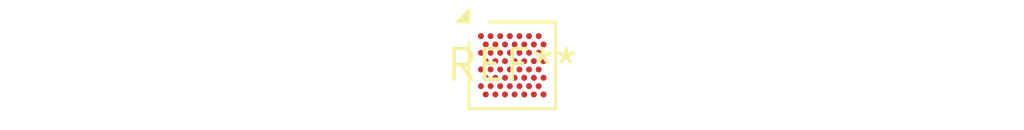
<source format=kicad_pcb>
(kicad_pcb (version 20240108) (generator pcbnew)
  (layers (0 "F.Cu" signal) (31 "B.Cu" signal) (34 "B.Paste" user) (35 "F.Paste" user) (36 "B.SilkS" user "B.Silkscreen") (37 "F.SilkS" user "F.Silkscreen") (38 "B.Mask" user) (39 "F.Mask" user) (44 "Edge.Cuts" user))
  (net 0 "")
  (footprint "ST_WLCSP-56_3.38x3.38mm_P0.4m_Stagger" (layer "F.Cu") (at 0 0)
    (property "Reference" "REF**")
    (property "Value" "ST_WLCSP-56_3.38x3.38mm_P0.4m_Stagger")
    (fp_line (start -1.8 1.8) (end -1.8 -0.955) (layer "F.SilkS") (stroke (width 0.12)))
    (fp_line (start -0.955 -1.8) (end 1.8 -1.8) (layer "F.SilkS") (stroke (width 0.12)))
    (fp_line (start 1.8 -1.8) (end 1.8 1.8) (layer "F.SilkS") (stroke (width 0.12)))
    (fp_line (start 1.8 1.8) (end -1.8 1.8) (layer "F.SilkS") (stroke (width 0.12)))
    (fp_poly (pts (xy -1.8 -1.8) (xy -2.3 -1.8) (xy -1.8 -2.3) (xy -1.8 -1.8)) (layer "F.SilkS") (stroke (width 0.12)) (fill solid))
    (pad "A1" smd circle (at -1.3 -1.212436) (size 0.25 0.25) (property pad_prop_bga) (layers "F.Cu" "F.Paste" "F.Mask"))
    (pad "A3" smd circle (at -0.9 -1.212436) (size 0.25 0.25) (property pad_prop_bga) (layers "F.Cu" "F.Paste" "F.Mask"))
    (pad "A5" smd circle (at -0.5 -1.212436) (size 0.25 0.25) (property pad_prop_bga) (layers "F.Cu" "F.Paste" "F.Mask"))
    (pad "A7" smd circle (at -0.1 -1.212436) (size 0.25 0.25) (property pad_prop_bga) (layers "F.Cu" "F.Paste" "F.Mask"))
    (pad "A9" smd circle (at 0.3 -1.212436) (size 0.25 0.25) (property pad_prop_bga) (layers "F.Cu" "F.Paste" "F.Mask"))
    (pad "A11" smd circle (at 0.7 -1.212436) (size 0.25 0.25) (property pad_prop_bga) (layers "F.Cu" "F.Paste" "F.Mask"))
    (pad "A13" smd circle (at 1.1 -1.212436) (size 0.25 0.25) (property pad_prop_bga) (layers "F.Cu" "F.Paste" "F.Mask"))
    (pad "B2" smd circle (at -1.1 -0.866025) (size 0.25 0.25) (property pad_prop_bga) (layers "F.Cu" "F.Paste" "F.Mask"))
    (pad "B4" smd circle (at -0.7 -0.866025) (size 0.25 0.25) (property pad_prop_bga) (layers "F.Cu" "F.Paste" "F.Mask"))
    (pad "B6" smd circle (at -0.3 -0.866025) (size 0.25 0.25) (property pad_prop_bga) (layers "F.Cu" "F.Paste" "F.Mask"))
    (pad "B8" smd circle (at 0.1 -0.866025) (size 0.25 0.25) (property pad_prop_bga) (layers "F.Cu" "F.Paste" "F.Mask"))
    (pad "B10" smd circle (at 0.5 -0.866025) (size 0.25 0.25) (property pad_prop_bga) (layers "F.Cu" "F.Paste" "F.Mask"))
    (pad "B12" smd circle (at 0.9 -0.866025) (size 0.25 0.25) (property pad_prop_bga) (layers "F.Cu" "F.Paste" "F.Mask"))
    (pad "B14" smd circle (at 1.3 -0.866025) (size 0.25 0.25) (property pad_prop_bga) (layers "F.Cu" "F.Paste" "F.Mask"))
    (pad "C1" smd circle (at -1.3 -0.519615) (size 0.25 0.25) (property pad_prop_bga) (layers "F.Cu" "F.Paste" "F.Mask"))
    (pad "C3" smd circle (at -0.9 -0.519615) (size 0.25 0.25) (property pad_prop_bga) (layers "F.Cu" "F.Paste" "F.Mask"))
    (pad "C5" smd circle (at -0.5 -0.519615) (size 0.25 0.25) (property pad_prop_bga) (layers "F.Cu" "F.Paste" "F.Mask"))
    (pad "C7" smd circle (at -0.1 -0.519615) (size 0.25 0.25) (property pad_prop_bga) (layers "F.Cu" "F.Paste" "F.Mask"))
    (pad "C9" smd circle (at 0.3 -0.519615) (size 0.25 0.25) (property pad_prop_bga) (layers "F.Cu" "F.Paste" "F.Mask"))
    (pad "C11" smd circle (at 0.7 -0.519615) (size 0.25 0.25) (property pad_prop_bga) (layers "F.Cu" "F.Paste" "F.Mask"))
    (pad "C13" smd circle (at 1.1 -0.519615) (size 0.25 0.25) (property pad_prop_bga) (layers "F.Cu" "F.Paste" "F.Mask"))
    (pad "D2" smd circle (at -1.1 -0.173205) (size 0.25 0.25) (property pad_prop_bga) (layers "F.Cu" "F.Paste" "F.Mask"))
    (pad "D4" smd circle (at -0.7 -0.173205) (size 0.25 0.25) (property pad_prop_bga) (layers "F.Cu" "F.Paste" "F.Mask"))
    (pad "D6" smd circle (at -0.3 -0.173205) (size 0.25 0.25) (property pad_prop_bga) (layers "F.Cu" "F.Paste" "F.Mask"))
    (pad "D8" smd circle (at 0.1 -0.173205) (size 0.25 0.25) (property pad_prop_bga) (layers "F.Cu" "F.Paste" "F.Mask"))
    (pad "D10" smd circle (at 0.5 -0.173205) (size 0.25 0.25) (property pad_prop_bga) (layers "F.Cu" "F.Paste" "F.Mask"))
    (pad "D12" smd circle (at 0.9 -0.173205) (size 0.25 0.25) (property pad_prop_bga) (layers "F.Cu" "F.Paste" "F.Mask"))
    (pad "D14" smd circle (at 1.3 -0.173205) (size 0.25 0.25) (property pad_prop_bga) (layers "F.Cu" "F.Paste" "F.Mask"))
    (pad "E1" smd circle (at -1.3 0.173205) (size 0.25 0.25) (property pad_prop_bga) (layers "F.Cu" "F.Paste" "F.Mask"))
    (pad "E3" smd circle (at -0.9 0.173205) (size 0.25 0.25) (property pad_prop_bga) (layers "F.Cu" "F.Paste" "F.Mask"))
    (pad "E5" smd circle (at -0.5 0.173205) (size 0.25 0.25) (property pad_prop_bga) (layers "F.Cu" "F.Paste" "F.Mask"))
    (pad "E7" smd circle (at -0.1 0.173205) (size 0.25 0.25) (property pad_prop_bga) (layers "F.Cu" "F.Paste" "F.Mask"))
    (pad "E9" smd circle (at 0.3 0.173205) (size 0.25 0.25) (property pad_prop_bga) (layers "F.Cu" "F.Paste" "F.Mask"))
    (pad "E11" smd circle (at 0.7 0.173205) (size 0.25 0.25) (property pad_prop_bga) (layers "F.Cu" "F.Paste" "F.Mask"))
    (pad "E13" smd circle (at 1.1 0.173205) (size 0.25 0.25) (property pad_prop_bga) (layers "F.Cu" "F.Paste" "F.Mask"))
    (pad "F2" smd circle (at -1.1 0.519615) (size 0.25 0.25) (property pad_prop_bga) (layers "F.Cu" "F.Paste" "F.Mask"))
    (pad "F4" smd circle (at -0.7 0.519615) (size 0.25 0.25) (property pad_prop_bga) (layers "F.Cu" "F.Paste" "F.Mask"))
    (pad "F6" smd circle (at -0.3 0.519615) (size 0.25 0.25) (property pad_prop_bga) (layers "F.Cu" "F.Paste" "F.Mask"))
    (pad "F8" smd circle (at 0.1 0.519615) (size 0.25 0.25) (property pad_prop_bga) (layers "F.Cu" "F.Paste" "F.Mask"))
    (pad "F10" smd circle (at 0.5 0.519615) (size 0.25 0.25) (property pad_prop_bga) (layers "F.Cu" "F.Paste" "F.Mask"))
    (pad "F12" smd circle (at 0.9 0.519615) (size 0.25 0.25) (property pad_prop_bga) (layers "F.Cu" "F.Paste" "F.Mask"))
    (pad "F14" smd circle (at 1.3 0.519615) (size 0.25 0.25) (property pad_prop_bga) (layers "F.Cu" "F.Paste" "F.Mask"))
    (pad "G1" smd circle (at -1.3 0.866025) (size 0.25 0.25) (property pad_prop_bga) (layers "F.Cu" "F.Paste" "F.Mask"))
    (pad "G3" smd circle (at -0.9 0.866025) (size 0.25 0.25) (property pad_prop_bga) (layers "F.Cu" "F.Paste" "F.Mask"))
    (pad "G5" smd circle (at -0.5 0.866025) (size 0.25 0.25) (property pad_prop_bga) (layers "F.Cu" "F.Paste" "F.Mask"))
    (pad "G7" smd circle (at -0.1 0.866025) (size 0.25 0.25) (property pad_prop_bga) (layers "F.Cu" "F.Paste" "F.Mask"))
    (pad "G9" smd circle (at 0.3 0.866025) (size 0.25 0.25) (property pad_prop_bga) (layers "F.Cu" "F.Paste" "F.Mask"))
    (pad "G11" smd circle (at 0.7 0.866025) (size 0.25 0.25) (property pad_prop_bga) (layers "F.Cu" "F.Paste" "F.Mask"))
    (pad "G13" smd circle (at 1.1 0.866025) (size 0.25 0.25) (property pad_prop_bga) (layers "F.Cu" "F.Paste" "F.Mask"))
    (pad "H2" smd circle (at -1.1 1.212436) (size 0.25 0.25) (property pad_prop_bga) (layers "F.Cu" "F.Paste" "F.Mask"))
    (pad "H4" smd circle (at -0.7 1.212436) (size 0.25 0.25) (property pad_prop_bga) (layers "F.Cu" "F.Paste" "F.Mask"))
    (pad "H6" smd circle (at -0.3 1.212436) (size 0.25 0.25) (property pad_prop_bga) (layers "F.Cu" "F.Paste" "F.Mask"))
    (pad "H8" smd circle (at 0.1 1.212436) (size 0.25 0.25) (property pad_prop_bga) (layers "F.Cu" "F.Paste" "F.Mask"))
    (pad "H10" smd circle (at 0.5 1.212436) (size 0.25 0.25) (property pad_prop_bga) (layers "F.Cu" "F.Paste" "F.Mask"))
    (pad "H12" smd circle (at 0.9 1.212436) (size 0.25 0.25) (property pad_prop_bga) (layers "F.Cu" "F.Paste" "F.Mask"))
    (pad "H14" smd circle (at 1.3 1.212436) (size 0.25 0.25) (property pad_prop_bga) (layers "F.Cu" "F.Paste" "F.Mask"))
  )
)
</source>
